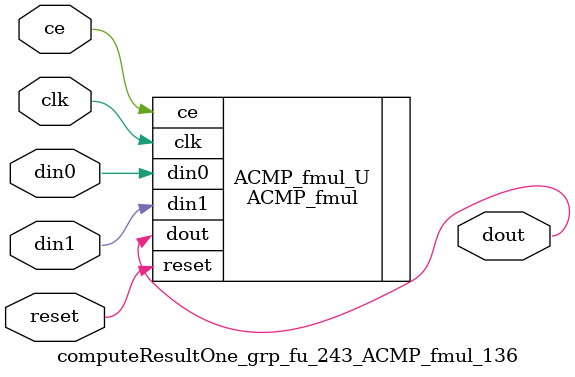
<source format=v>

`timescale 1 ns / 1 ps
module computeResultOne_grp_fu_243_ACMP_fmul_136(
    clk,
    reset,
    ce,
    din0,
    din1,
    dout);

parameter ID = 32'd1;
parameter NUM_STAGE = 32'd1;
parameter din0_WIDTH = 32'd1;
parameter din1_WIDTH = 32'd1;
parameter dout_WIDTH = 32'd1;
input clk;
input reset;
input ce;
input[din0_WIDTH - 1:0] din0;
input[din1_WIDTH - 1:0] din1;
output[dout_WIDTH - 1:0] dout;



ACMP_fmul #(
.ID( ID ),
.NUM_STAGE( 4 ),
.din0_WIDTH( din0_WIDTH ),
.din1_WIDTH( din1_WIDTH ),
.dout_WIDTH( dout_WIDTH ))
ACMP_fmul_U(
    .clk( clk ),
    .reset( reset ),
    .ce( ce ),
    .din0( din0 ),
    .din1( din1 ),
    .dout( dout ));

endmodule

</source>
